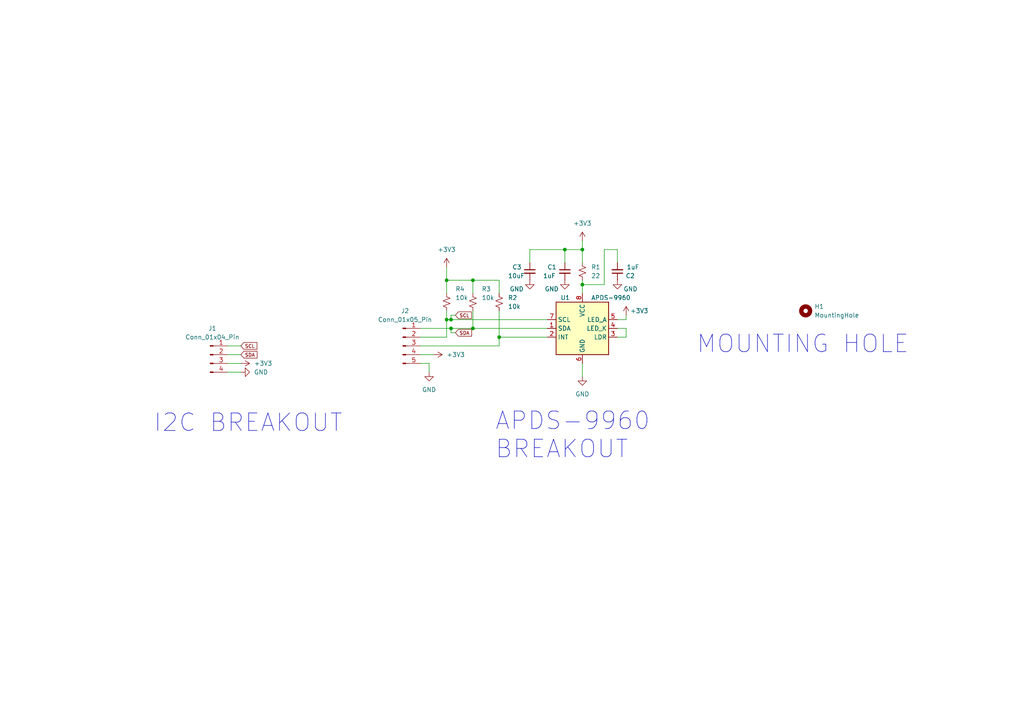
<source format=kicad_sch>
(kicad_sch (version 20230121) (generator eeschema)
  (paper "A4")
  (lib_symbols
    (symbol "Connector:Conn_01x04_Pin" (pin_names (offset 1.016) hide)
      (property "Reference" "J" (at 0 5.08 0))
      (property "Value" "Conn_01x04_Pin" (at 0 -7.62 0))
      (symbol "Conn_01x04_Pin_1_1"
        (polyline (pts (xy 1.27 -5.08) (xy 0.8636 -5.08)) (stroke (width 0.1524)))
        (polyline (pts (xy 1.27 -2.54) (xy 0.8636 -2.54)) (stroke (width 0.1524)))
        (polyline (pts (xy 1.27 0) (xy 0.8636 0)) (stroke (width 0.1524)))
        (polyline (pts (xy 1.27 2.54) (xy 0.8636 2.54)) (stroke (width 0.1524)))
        (rectangle (start 0.8636 -4.953) (end 0 -5.207) (stroke (width 0.1524)) (fill (type outline)))
        (rectangle (start 0.8636 -2.413) (end 0 -2.667) (stroke (width 0.1524)) (fill (type outline)))
        (rectangle (start 0.8636 0.127) (end 0 -0.127) (stroke (width 0.1524)) (fill (type outline)))
        (rectangle (start 0.8636 2.667) (end 0 2.413) (stroke (width 0.1524)) (fill (type outline)))
        (pin passive line (at 5.08 2.54 180) (length 3.81) (name "Pin_1") (number "1"))
        (pin passive line (at 5.08 0 180) (length 3.81) (name "Pin_2") (number "2"))
        (pin passive line (at 5.08 -2.54 180) (length 3.81) (name "Pin_3") (number "3"))
        (pin passive line (at 5.08 -5.08 180) (length 3.81) (name "Pin_4") (number "4"))
      )
    )
    (symbol "Connector:Conn_01x05_Pin" (pin_names (offset 1.016) hide)
      (property "Reference" "J" (at 0 7.62 0))
      (property "Value" "Conn_01x05_Pin" (at 0 -7.62 0))
      (symbol "Conn_01x05_Pin_1_1"
        (polyline (pts (xy 1.27 -5.08) (xy 0.8636 -5.08)) (stroke (width 0.1524)))
        (polyline (pts (xy 1.27 -2.54) (xy 0.8636 -2.54)) (stroke (width 0.1524)))
        (polyline (pts (xy 1.27 0) (xy 0.8636 0)) (stroke (width 0.1524)))
        (polyline (pts (xy 1.27 2.54) (xy 0.8636 2.54)) (stroke (width 0.1524)))
        (polyline (pts (xy 1.27 5.08) (xy 0.8636 5.08)) (stroke (width 0.1524)))
        (rectangle (start 0.8636 -4.953) (end 0 -5.207) (stroke (width 0.1524)) (fill (type outline)))
        (rectangle (start 0.8636 -2.413) (end 0 -2.667) (stroke (width 0.1524)) (fill (type outline)))
        (rectangle (start 0.8636 0.127) (end 0 -0.127) (stroke (width 0.1524)) (fill (type outline)))
        (rectangle (start 0.8636 2.667) (end 0 2.413) (stroke (width 0.1524)) (fill (type outline)))
        (rectangle (start 0.8636 5.207) (end 0 4.953) (stroke (width 0.1524)) (fill (type outline)))
        (pin passive line (at 5.08 5.08 180) (length 3.81) (name "Pin_1") (number "1"))
        (pin passive line (at 5.08 2.54 180) (length 3.81) (name "Pin_2") (number "2"))
        (pin passive line (at 5.08 0 180) (length 3.81) (name "Pin_3") (number "3"))
        (pin passive line (at 5.08 -2.54 180) (length 3.81) (name "Pin_4") (number "4"))
        (pin passive line (at 5.08 -5.08 180) (length 3.81) (name "Pin_5") (number "5"))
      )
    )
    (symbol "Device:C_Small" (pin_numbers hide) (pin_names (offset 0.254) hide)
      (property "Reference" "C" (at 0.254 1.778 0))
      (property "Value" "C_Small" (at 0.254 -2.032 0))
      (symbol "C_Small_0_1"
        (polyline (pts (xy -1.524 -0.508) (xy 1.524 -0.508)) (stroke (width 0.3302)))
        (polyline (pts (xy -1.524 0.508) (xy 1.524 0.508)) (stroke (width 0.3048)))
      )
      (symbol "C_Small_1_1"
        (pin passive line (at 0 2.54 270) (length 2.032) (name "~") (number "1"))
        (pin passive line (at 0 -2.54 90) (length 2.032) (name "~") (number "2"))
      )
    )
    (symbol "Device:R_Small_US" (pin_numbers hide) (pin_names (offset 0.254) hide)
      (property "Reference" "R" (at 0.762 0.508 0))
      (property "Value" "R_Small_US" (at 0.762 -1.016 0))
      (symbol "R_Small_US_1_1"
        (polyline (pts (xy 0 0) (xy 1.016 -0.381) (xy 0 -0.762) (xy -1.016 -1.143) (xy 0 -1.524)))
        (polyline (pts (xy 0 1.524) (xy 1.016 1.143) (xy 0 0.762) (xy -1.016 0.381) (xy 0 0)))
        (pin passive line (at 0 2.54 270) (length 1.016) (name "~") (number "1"))
        (pin passive line (at 0 -2.54 90) (length 1.016) (name "~") (number "2"))
      )
    )
    (symbol "Mechanical:MountingHole" (pin_names (offset 1.016))
      (property "Reference" "H" (at 0 5.08 0))
      (property "Value" "MountingHole" (at 0 3.175 0))
      (symbol "MountingHole_0_1"
        (circle (center 0 0) (radius 1.27) (stroke (width 1.27)))
      )
    )
    (symbol "Sensor:APDS-9960"
      (property "Reference" "U" (at -5.08 8.89 0))
      (property "Value" "APDS-9960" (at 6.35 8.89 0))
      (symbol "APDS-9960_0_1"
        (rectangle (start -7.62 7.62) (end 7.62 -7.62) (stroke (width 0.254)) (fill (type background)))
      )
      (symbol "APDS-9960_1_1"
        (pin bidirectional line (at -10.16 0 0) (length 2.54) (name "SDA") (number "1"))
        (pin open_collector line (at -10.16 -2.54 0) (length 2.54) (name "INT") (number "2"))
        (pin passive line (at 10.16 -2.54 180) (length 2.54) (name "LDR") (number "3"))
        (pin passive line (at 10.16 0 180) (length 2.54) (name "LED_K") (number "4"))
        (pin passive line (at 10.16 2.54 180) (length 2.54) (name "LED_A") (number "5"))
        (pin power_in line (at 0 -10.16 90) (length 2.54) (name "GND") (number "6"))
        (pin input line (at -10.16 2.54 0) (length 2.54) (name "SCL") (number "7"))
        (pin power_in line (at 0 10.16 270) (length 2.54) (name "VCC") (number "8"))
      )
    )
    (symbol "power:+3V3" (power) (pin_names (offset 0))
      (property "Value" "+3V3" (at 0 3.556 0))
      (symbol "+3V3_0_1"
        (polyline (pts (xy -0.762 1.27) (xy 0 2.54)))
        (polyline (pts (xy 0 0) (xy 0 2.54)))
        (polyline (pts (xy 0 2.54) (xy 0.762 1.27)))
      )
      (symbol "+3V3_1_1"
        (pin power_in line (at 0 0 90) (length 0) hide (name "+3V3") (number "1"))
      )
    )
    (symbol "power:GND" (power) (pin_names (offset 0))
      (property "Value" "GND" (at 0 -3.81 0))
      (symbol "GND_0_1"
        (polyline (pts (xy 0 0) (xy 0 -1.27) (xy 1.27 -1.27) (xy 0 -2.54) (xy -1.27 -1.27) (xy 0 -1.27)))
      )
      (symbol "GND_1_1"
        (pin power_in line (at 0 0 270) (length 0) hide (name "GND") (number "1"))
      )
    )
  )
  (junction (at 144.78 97.79))
  (junction (at 168.91 82.55))
  (junction (at 168.91 72.39))
  (junction (at 137.16 81.28))
  (junction (at 130.81 92.71))
  (junction (at 129.54 92.71))
  (junction (at 163.83 72.39))
  (junction (at 129.54 81.28))
  (junction (at 130.81 95.25))
  (junction (at 137.16 95.25))
  (wire (pts (xy 168.91 72.39) (xy 168.91 76.2)))
  (wire (pts (xy 168.91 82.55) (xy 175.26 82.55)))
  (wire (pts (xy 144.78 90.17) (xy 144.78 97.79)))
  (wire (pts (xy 153.67 72.39) (xy 153.67 76.2)))
  (wire (pts (xy 144.78 97.79) (xy 144.78 100.33)))
  (wire (pts (xy 66.04 100.33) (xy 69.85 100.33)))
  (wire (pts (xy 175.26 72.39) (xy 179.07 72.39)))
  (wire (pts (xy 132.08 96.52) (xy 130.81 96.52)))
  (wire (pts (xy 66.04 102.87) (xy 69.85 102.87)))
  (wire (pts (xy 181.61 95.25) (xy 181.61 97.79)))
  (wire (pts (xy 175.26 82.55) (xy 175.26 72.39)))
  (wire (pts (xy 121.92 100.33) (xy 144.78 100.33)))
  (wire (pts (xy 129.54 97.79) (xy 121.92 97.79)))
  (wire (pts (xy 125.73 102.87) (xy 121.92 102.87)))
  (wire (pts (xy 129.54 92.71) (xy 129.54 97.79)))
  (wire (pts (xy 129.54 92.71) (xy 130.81 92.71)))
  (wire (pts (xy 129.54 81.28) (xy 137.16 81.28)))
  (wire (pts (xy 163.83 72.39) (xy 153.67 72.39)))
  (wire (pts (xy 130.81 91.44) (xy 130.81 92.71)))
  (wire (pts (xy 129.54 90.17) (xy 129.54 92.71)))
  (wire (pts (xy 137.16 90.17) (xy 137.16 95.25)))
  (wire (pts (xy 144.78 97.79) (xy 158.75 97.79)))
  (wire (pts (xy 181.61 97.79) (xy 179.07 97.79)))
  (wire (pts (xy 163.83 72.39) (xy 168.91 72.39)))
  (wire (pts (xy 168.91 81.28) (xy 168.91 82.55)))
  (wire (pts (xy 181.61 91.44) (xy 181.61 92.71)))
  (wire (pts (xy 129.54 81.28) (xy 129.54 85.09)))
  (wire (pts (xy 124.46 105.41) (xy 124.46 107.95)))
  (wire (pts (xy 179.07 95.25) (xy 181.61 95.25)))
  (wire (pts (xy 130.81 92.71) (xy 158.75 92.71)))
  (wire (pts (xy 168.91 109.22) (xy 168.91 105.41)))
  (wire (pts (xy 163.83 76.2) (xy 163.83 72.39)))
  (wire (pts (xy 66.04 105.41) (xy 69.85 105.41)))
  (wire (pts (xy 121.92 105.41) (xy 124.46 105.41)))
  (wire (pts (xy 137.16 95.25) (xy 158.75 95.25)))
  (wire (pts (xy 129.54 77.47) (xy 129.54 81.28)))
  (wire (pts (xy 137.16 81.28) (xy 137.16 85.09)))
  (wire (pts (xy 181.61 92.71) (xy 179.07 92.71)))
  (wire (pts (xy 179.07 72.39) (xy 179.07 76.2)))
  (wire (pts (xy 132.08 91.44) (xy 130.81 91.44)))
  (wire (pts (xy 66.04 107.95) (xy 69.85 107.95)))
  (wire (pts (xy 137.16 81.28) (xy 144.78 81.28)))
  (wire (pts (xy 168.91 69.85) (xy 168.91 72.39)))
  (wire (pts (xy 144.78 81.28) (xy 144.78 85.09)))
  (wire (pts (xy 130.81 95.25) (xy 130.81 96.52)))
  (wire (pts (xy 121.92 95.25) (xy 130.81 95.25)))
  (wire (pts (xy 130.81 95.25) (xy 137.16 95.25)))
  (wire (pts (xy 168.91 82.55) (xy 168.91 85.09)))
  (text "I2C BREAKOUT" (at 44.45 125.73 0) (effects (font (size 5.08 5.08)) (justify left bottom)))
  (text "MOUNTING HOLE" (at 201.93 102.87 0) (effects (font (size 5.08 5.08)) (justify left bottom)))
  (text "APDS-9960\nBREAKOUT" (at 143.51 133.35 0) (effects (font (size 5.08 5.08)) (justify left bottom)))
  (global_label "SDA" (shape input) (at 69.85 102.87 0) (effects (font (size 1 1))) (property "Intersheetrefs" "${INTERSHEET_REFS}" (effects hide)))
  (global_label "SCL" (shape input) (at 69.85 100.33 0) (effects (font (size 1 1))) (property "Intersheetrefs" "${INTERSHEET_REFS}" (effects hide)))
  (global_label "SCL" (shape input) (at 132.08 91.44 0) (effects (font (size 1 1))) (property "Intersheetrefs" "${INTERSHEET_REFS}" (effects hide)))
  (global_label "SDA" (shape input) (at 132.08 96.52 0) (effects (font (size 1 1))) (property "Intersheetrefs" "${INTERSHEET_REFS}" (effects hide)))
  (symbol (lib_id "Device:C_Small") (at 153.67 78.74 0) (unit 1)
    (property "Reference" "C3" (at 148.59 77.47 0) (effects (justify left)))
    (property "Value" "10uF" (at 147.32 80.01 0) (effects (justify left)))
    (property "Footprint" "Capacitor_SMD:C_0805_2012Metric" (effects hide))
  )
  (symbol (lib_id "power:GND") (at 69.85 107.95 90) (unit 1)
    (property "Reference" "#PWR011" (effects hide))
    (property "Value" "GND" (at 73.66 107.95 90) (effects (justify right)))
  )
  (symbol (lib_id "Device:R_Small_US") (at 168.91 78.74 0) (unit 1)
    (property "Reference" "R1" (at 171.45 77.47 0) (effects (justify left)))
    (property "Value" "22" (at 171.45 80.01 0) (effects (justify left)))
    (property "Footprint" "Resistor_SMD:R_0603_1608Metric" (effects hide))
  )
  (symbol (lib_id "power:+3V3") (at 69.85 105.41 270) (unit 1)
    (property "Reference" "#PWR010" (effects hide))
    (property "Value" "+3V3" (at 73.66 105.41 90) (effects (justify left)))
  )
  (symbol (lib_id "Device:R_Small_US") (at 129.54 87.63 0) (unit 1)
    (property "Reference" "R4" (at 132.08 83.82 0) (effects (justify left)))
    (property "Value" "10k" (at 132.08 86.36 0) (effects (justify left)))
    (property "Footprint" "Resistor_SMD:R_0603_1608Metric" (effects hide))
  )
  (symbol (lib_id "Device:C_Small") (at 163.83 78.74 0) (unit 1)
    (property "Reference" "C1" (at 158.75 77.47 0) (effects (justify left)))
    (property "Value" "1uF" (at 157.48 80.01 0) (effects (justify left)))
    (property "Footprint" "Capacitor_SMD:C_0603_1608Metric" (effects hide))
  )
  (symbol (lib_id "power:GND") (at 124.46 107.95 0) (unit 1)
    (property "Reference" "#PWR07" (effects hide))
    (property "Value" "GND" (at 124.46 113.03 0))
  )
  (symbol (lib_id "power:+3V3") (at 125.73 102.87 270) (unit 1)
    (property "Reference" "#PWR08" (effects hide))
    (property "Value" "+3V3" (at 129.54 102.87 90) (effects (justify left)))
  )
  (symbol (lib_id "power:+3V3") (at 168.91 69.85 0) (unit 1)
    (property "Reference" "#PWR01" (effects hide))
    (property "Value" "+3V3" (at 168.91 64.77 0))
  )
  (symbol (lib_id "power:+3V3") (at 181.61 91.44 0) (unit 1)
    (property "Reference" "#PWR04" (effects hide))
    (property "Value" "+3V3" (at 185.42 90.17 0))
  )
  (symbol (lib_id "Device:R_Small_US") (at 137.16 87.63 0) (unit 1)
    (property "Reference" "R3" (at 139.7 83.82 0) (effects (justify left)))
    (property "Value" "10k" (at 139.7 86.36 0) (effects (justify left)))
    (property "Footprint" "Resistor_SMD:R_0603_1608Metric" (effects hide))
  )
  (symbol (lib_id "Connector:Conn_01x05_Pin") (at 116.84 100.33 0) (unit 1)
    (property "Reference" "J2" (at 117.475 90.17 0))
    (property "Value" "Conn_01x05_Pin" (at 117.475 92.71 0))
    (property "Footprint" "Connector_PinHeader_2.54mm:PinHeader_1x05_P2.54mm_Vertical" (effects hide))
  )
  (symbol (lib_id "Device:R_Small_US") (at 144.78 87.63 0) (unit 1)
    (property "Reference" "R2" (at 147.32 86.36 0) (effects (justify left)))
    (property "Value" "10k" (at 147.32 88.9 0) (effects (justify left)))
    (property "Footprint" "Resistor_SMD:R_0603_1608Metric" (effects hide))
  )
  (symbol (lib_id "power:GND") (at 179.07 81.28 0) (unit 1)
    (property "Reference" "#PWR05" (effects hide))
    (property "Value" "GND" (at 182.88 83.82 0))
  )
  (symbol (lib_id "power:GND") (at 163.83 81.28 0) (unit 1)
    (property "Reference" "#PWR03" (effects hide))
    (property "Value" "GND" (at 160.02 83.82 0))
  )
  (symbol (lib_id "power:+3V3") (at 129.54 77.47 0) (unit 1)
    (property "Reference" "#PWR09" (effects hide))
    (property "Value" "+3V3" (at 129.54 72.39 0))
  )
  (symbol (lib_id "Device:C_Small") (at 179.07 78.74 180) (unit 1)
    (property "Reference" "C2" (at 184.15 80.01 0) (effects (justify left)))
    (property "Value" "1uF" (at 185.42 77.47 0) (effects (justify left)))
    (property "Footprint" "Capacitor_SMD:C_0603_1608Metric" (effects hide))
  )
  (symbol (lib_id "Sensor:APDS-9960") (at 168.91 95.25 0) (unit 1)
    (property "Reference" "U1" (at 162.56 86.36 0) (effects (justify left)))
    (property "Value" "APDS-9960" (at 171.45 86.36 0) (effects (justify left)))
    (property "Footprint" "Sensor:Avago_APDS-9960" (effects hide))
    (property "Datasheet" "https://docs.broadcom.com/doc/AV02-4191EN" (effects hide))
  )
  (symbol (lib_id "Connector:Conn_01x04_Pin") (at 60.96 102.87 0) (unit 1)
    (property "Reference" "J1" (at 61.595 95.25 0))
    (property "Value" "Conn_01x04_Pin" (at 61.595 97.79 0))
    (property "Footprint" "Connector_PinHeader_2.54mm:PinHeader_1x04_P2.54mm_Vertical" (effects hide))
  )
  (symbol (lib_id "Mechanical:MountingHole") (at 233.68 90.17 0) (unit 1)
    (property "Reference" "H1" (at 236.22 88.9 0) (effects (justify left)))
    (property "Value" "MountingHole" (at 236.22 91.44 0) (effects (justify left)))
    (property "Footprint" "MountingHole:MountingHole_3.2mm_M3" (effects hide))
  )
  (symbol (lib_id "power:GND") (at 153.67 81.28 0) (unit 1)
    (property "Reference" "#PWR06" (effects hide))
    (property "Value" "GND" (at 149.86 83.82 0))
  )
  (symbol (lib_id "power:GND") (at 168.91 109.22 0) (unit 1)
    (property "Reference" "#PWR02" (effects hide))
    (property "Value" "GND" (at 168.91 114.3 0))
  )
)
</source>
